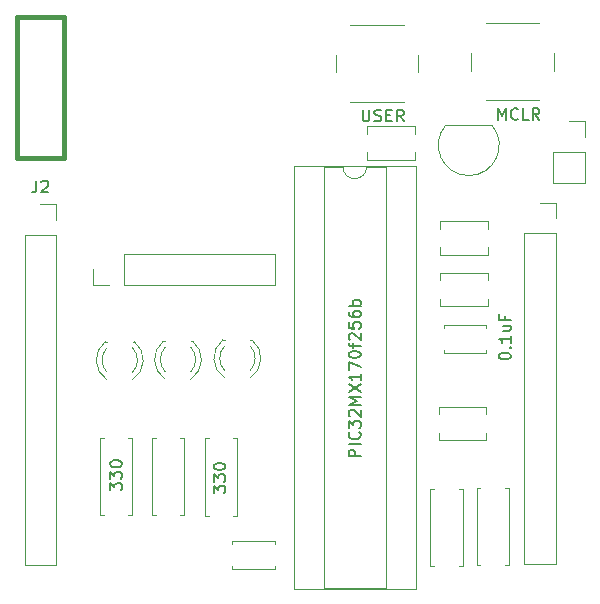
<source format=gbr>
%TF.GenerationSoftware,KiCad,Pcbnew,7.0.1-0*%
%TF.CreationDate,2023-04-17T16:38:54-05:00*%
%TF.ProjectId,PIC32,50494333-322e-46b6-9963-61645f706362,rev?*%
%TF.SameCoordinates,Original*%
%TF.FileFunction,Legend,Top*%
%TF.FilePolarity,Positive*%
%FSLAX46Y46*%
G04 Gerber Fmt 4.6, Leading zero omitted, Abs format (unit mm)*
G04 Created by KiCad (PCBNEW 7.0.1-0) date 2023-04-17 16:38:54*
%MOMM*%
%LPD*%
G01*
G04 APERTURE LIST*
%ADD10C,0.150000*%
%ADD11C,0.120000*%
%ADD12C,0.400000*%
G04 APERTURE END LIST*
D10*
%TO.C,SW3*%
X130255714Y-108602619D02*
X130255714Y-109412142D01*
X130255714Y-109412142D02*
X130303333Y-109507380D01*
X130303333Y-109507380D02*
X130350952Y-109555000D01*
X130350952Y-109555000D02*
X130446190Y-109602619D01*
X130446190Y-109602619D02*
X130636666Y-109602619D01*
X130636666Y-109602619D02*
X130731904Y-109555000D01*
X130731904Y-109555000D02*
X130779523Y-109507380D01*
X130779523Y-109507380D02*
X130827142Y-109412142D01*
X130827142Y-109412142D02*
X130827142Y-108602619D01*
X131255714Y-109555000D02*
X131398571Y-109602619D01*
X131398571Y-109602619D02*
X131636666Y-109602619D01*
X131636666Y-109602619D02*
X131731904Y-109555000D01*
X131731904Y-109555000D02*
X131779523Y-109507380D01*
X131779523Y-109507380D02*
X131827142Y-109412142D01*
X131827142Y-109412142D02*
X131827142Y-109316904D01*
X131827142Y-109316904D02*
X131779523Y-109221666D01*
X131779523Y-109221666D02*
X131731904Y-109174047D01*
X131731904Y-109174047D02*
X131636666Y-109126428D01*
X131636666Y-109126428D02*
X131446190Y-109078809D01*
X131446190Y-109078809D02*
X131350952Y-109031190D01*
X131350952Y-109031190D02*
X131303333Y-108983571D01*
X131303333Y-108983571D02*
X131255714Y-108888333D01*
X131255714Y-108888333D02*
X131255714Y-108793095D01*
X131255714Y-108793095D02*
X131303333Y-108697857D01*
X131303333Y-108697857D02*
X131350952Y-108650238D01*
X131350952Y-108650238D02*
X131446190Y-108602619D01*
X131446190Y-108602619D02*
X131684285Y-108602619D01*
X131684285Y-108602619D02*
X131827142Y-108650238D01*
X132255714Y-109078809D02*
X132589047Y-109078809D01*
X132731904Y-109602619D02*
X132255714Y-109602619D01*
X132255714Y-109602619D02*
X132255714Y-108602619D01*
X132255714Y-108602619D02*
X132731904Y-108602619D01*
X133731904Y-109602619D02*
X133398571Y-109126428D01*
X133160476Y-109602619D02*
X133160476Y-108602619D01*
X133160476Y-108602619D02*
X133541428Y-108602619D01*
X133541428Y-108602619D02*
X133636666Y-108650238D01*
X133636666Y-108650238D02*
X133684285Y-108697857D01*
X133684285Y-108697857D02*
X133731904Y-108793095D01*
X133731904Y-108793095D02*
X133731904Y-108935952D01*
X133731904Y-108935952D02*
X133684285Y-109031190D01*
X133684285Y-109031190D02*
X133636666Y-109078809D01*
X133636666Y-109078809D02*
X133541428Y-109126428D01*
X133541428Y-109126428D02*
X133160476Y-109126428D01*
%TO.C,SW2*%
X141691905Y-109472619D02*
X141691905Y-108472619D01*
X141691905Y-108472619D02*
X142025238Y-109186904D01*
X142025238Y-109186904D02*
X142358571Y-108472619D01*
X142358571Y-108472619D02*
X142358571Y-109472619D01*
X143406190Y-109377380D02*
X143358571Y-109425000D01*
X143358571Y-109425000D02*
X143215714Y-109472619D01*
X143215714Y-109472619D02*
X143120476Y-109472619D01*
X143120476Y-109472619D02*
X142977619Y-109425000D01*
X142977619Y-109425000D02*
X142882381Y-109329761D01*
X142882381Y-109329761D02*
X142834762Y-109234523D01*
X142834762Y-109234523D02*
X142787143Y-109044047D01*
X142787143Y-109044047D02*
X142787143Y-108901190D01*
X142787143Y-108901190D02*
X142834762Y-108710714D01*
X142834762Y-108710714D02*
X142882381Y-108615476D01*
X142882381Y-108615476D02*
X142977619Y-108520238D01*
X142977619Y-108520238D02*
X143120476Y-108472619D01*
X143120476Y-108472619D02*
X143215714Y-108472619D01*
X143215714Y-108472619D02*
X143358571Y-108520238D01*
X143358571Y-108520238D02*
X143406190Y-108567857D01*
X144310952Y-109472619D02*
X143834762Y-109472619D01*
X143834762Y-109472619D02*
X143834762Y-108472619D01*
X145215714Y-109472619D02*
X144882381Y-108996428D01*
X144644286Y-109472619D02*
X144644286Y-108472619D01*
X144644286Y-108472619D02*
X145025238Y-108472619D01*
X145025238Y-108472619D02*
X145120476Y-108520238D01*
X145120476Y-108520238D02*
X145168095Y-108567857D01*
X145168095Y-108567857D02*
X145215714Y-108663095D01*
X145215714Y-108663095D02*
X145215714Y-108805952D01*
X145215714Y-108805952D02*
X145168095Y-108901190D01*
X145168095Y-108901190D02*
X145120476Y-108948809D01*
X145120476Y-108948809D02*
X145025238Y-108996428D01*
X145025238Y-108996428D02*
X144644286Y-108996428D01*
%TO.C,J2*%
X102626666Y-114612619D02*
X102626666Y-115326904D01*
X102626666Y-115326904D02*
X102579047Y-115469761D01*
X102579047Y-115469761D02*
X102483809Y-115565000D01*
X102483809Y-115565000D02*
X102340952Y-115612619D01*
X102340952Y-115612619D02*
X102245714Y-115612619D01*
X103055238Y-114707857D02*
X103102857Y-114660238D01*
X103102857Y-114660238D02*
X103198095Y-114612619D01*
X103198095Y-114612619D02*
X103436190Y-114612619D01*
X103436190Y-114612619D02*
X103531428Y-114660238D01*
X103531428Y-114660238D02*
X103579047Y-114707857D01*
X103579047Y-114707857D02*
X103626666Y-114803095D01*
X103626666Y-114803095D02*
X103626666Y-114898333D01*
X103626666Y-114898333D02*
X103579047Y-115041190D01*
X103579047Y-115041190D02*
X103007619Y-115612619D01*
X103007619Y-115612619D02*
X103626666Y-115612619D01*
%TO.C,R2*%
X108862619Y-140835713D02*
X108862619Y-140216666D01*
X108862619Y-140216666D02*
X109243571Y-140549999D01*
X109243571Y-140549999D02*
X109243571Y-140407142D01*
X109243571Y-140407142D02*
X109291190Y-140311904D01*
X109291190Y-140311904D02*
X109338809Y-140264285D01*
X109338809Y-140264285D02*
X109434047Y-140216666D01*
X109434047Y-140216666D02*
X109672142Y-140216666D01*
X109672142Y-140216666D02*
X109767380Y-140264285D01*
X109767380Y-140264285D02*
X109815000Y-140311904D01*
X109815000Y-140311904D02*
X109862619Y-140407142D01*
X109862619Y-140407142D02*
X109862619Y-140692856D01*
X109862619Y-140692856D02*
X109815000Y-140788094D01*
X109815000Y-140788094D02*
X109767380Y-140835713D01*
X108862619Y-139883332D02*
X108862619Y-139264285D01*
X108862619Y-139264285D02*
X109243571Y-139597618D01*
X109243571Y-139597618D02*
X109243571Y-139454761D01*
X109243571Y-139454761D02*
X109291190Y-139359523D01*
X109291190Y-139359523D02*
X109338809Y-139311904D01*
X109338809Y-139311904D02*
X109434047Y-139264285D01*
X109434047Y-139264285D02*
X109672142Y-139264285D01*
X109672142Y-139264285D02*
X109767380Y-139311904D01*
X109767380Y-139311904D02*
X109815000Y-139359523D01*
X109815000Y-139359523D02*
X109862619Y-139454761D01*
X109862619Y-139454761D02*
X109862619Y-139740475D01*
X109862619Y-139740475D02*
X109815000Y-139835713D01*
X109815000Y-139835713D02*
X109767380Y-139883332D01*
X108862619Y-138645237D02*
X108862619Y-138549999D01*
X108862619Y-138549999D02*
X108910238Y-138454761D01*
X108910238Y-138454761D02*
X108957857Y-138407142D01*
X108957857Y-138407142D02*
X109053095Y-138359523D01*
X109053095Y-138359523D02*
X109243571Y-138311904D01*
X109243571Y-138311904D02*
X109481666Y-138311904D01*
X109481666Y-138311904D02*
X109672142Y-138359523D01*
X109672142Y-138359523D02*
X109767380Y-138407142D01*
X109767380Y-138407142D02*
X109815000Y-138454761D01*
X109815000Y-138454761D02*
X109862619Y-138549999D01*
X109862619Y-138549999D02*
X109862619Y-138645237D01*
X109862619Y-138645237D02*
X109815000Y-138740475D01*
X109815000Y-138740475D02*
X109767380Y-138788094D01*
X109767380Y-138788094D02*
X109672142Y-138835713D01*
X109672142Y-138835713D02*
X109481666Y-138883332D01*
X109481666Y-138883332D02*
X109243571Y-138883332D01*
X109243571Y-138883332D02*
X109053095Y-138835713D01*
X109053095Y-138835713D02*
X108957857Y-138788094D01*
X108957857Y-138788094D02*
X108910238Y-138740475D01*
X108910238Y-138740475D02*
X108862619Y-138645237D01*
%TO.C,330*%
X117632619Y-141055713D02*
X117632619Y-140436666D01*
X117632619Y-140436666D02*
X118013571Y-140769999D01*
X118013571Y-140769999D02*
X118013571Y-140627142D01*
X118013571Y-140627142D02*
X118061190Y-140531904D01*
X118061190Y-140531904D02*
X118108809Y-140484285D01*
X118108809Y-140484285D02*
X118204047Y-140436666D01*
X118204047Y-140436666D02*
X118442142Y-140436666D01*
X118442142Y-140436666D02*
X118537380Y-140484285D01*
X118537380Y-140484285D02*
X118585000Y-140531904D01*
X118585000Y-140531904D02*
X118632619Y-140627142D01*
X118632619Y-140627142D02*
X118632619Y-140912856D01*
X118632619Y-140912856D02*
X118585000Y-141008094D01*
X118585000Y-141008094D02*
X118537380Y-141055713D01*
X117632619Y-140103332D02*
X117632619Y-139484285D01*
X117632619Y-139484285D02*
X118013571Y-139817618D01*
X118013571Y-139817618D02*
X118013571Y-139674761D01*
X118013571Y-139674761D02*
X118061190Y-139579523D01*
X118061190Y-139579523D02*
X118108809Y-139531904D01*
X118108809Y-139531904D02*
X118204047Y-139484285D01*
X118204047Y-139484285D02*
X118442142Y-139484285D01*
X118442142Y-139484285D02*
X118537380Y-139531904D01*
X118537380Y-139531904D02*
X118585000Y-139579523D01*
X118585000Y-139579523D02*
X118632619Y-139674761D01*
X118632619Y-139674761D02*
X118632619Y-139960475D01*
X118632619Y-139960475D02*
X118585000Y-140055713D01*
X118585000Y-140055713D02*
X118537380Y-140103332D01*
X117632619Y-138865237D02*
X117632619Y-138769999D01*
X117632619Y-138769999D02*
X117680238Y-138674761D01*
X117680238Y-138674761D02*
X117727857Y-138627142D01*
X117727857Y-138627142D02*
X117823095Y-138579523D01*
X117823095Y-138579523D02*
X118013571Y-138531904D01*
X118013571Y-138531904D02*
X118251666Y-138531904D01*
X118251666Y-138531904D02*
X118442142Y-138579523D01*
X118442142Y-138579523D02*
X118537380Y-138627142D01*
X118537380Y-138627142D02*
X118585000Y-138674761D01*
X118585000Y-138674761D02*
X118632619Y-138769999D01*
X118632619Y-138769999D02*
X118632619Y-138865237D01*
X118632619Y-138865237D02*
X118585000Y-138960475D01*
X118585000Y-138960475D02*
X118537380Y-139008094D01*
X118537380Y-139008094D02*
X118442142Y-139055713D01*
X118442142Y-139055713D02*
X118251666Y-139103332D01*
X118251666Y-139103332D02*
X118013571Y-139103332D01*
X118013571Y-139103332D02*
X117823095Y-139055713D01*
X117823095Y-139055713D02*
X117727857Y-139008094D01*
X117727857Y-139008094D02*
X117680238Y-138960475D01*
X117680238Y-138960475D02*
X117632619Y-138865237D01*
%TO.C,C4*%
X141792619Y-129522856D02*
X141792619Y-129427618D01*
X141792619Y-129427618D02*
X141840238Y-129332380D01*
X141840238Y-129332380D02*
X141887857Y-129284761D01*
X141887857Y-129284761D02*
X141983095Y-129237142D01*
X141983095Y-129237142D02*
X142173571Y-129189523D01*
X142173571Y-129189523D02*
X142411666Y-129189523D01*
X142411666Y-129189523D02*
X142602142Y-129237142D01*
X142602142Y-129237142D02*
X142697380Y-129284761D01*
X142697380Y-129284761D02*
X142745000Y-129332380D01*
X142745000Y-129332380D02*
X142792619Y-129427618D01*
X142792619Y-129427618D02*
X142792619Y-129522856D01*
X142792619Y-129522856D02*
X142745000Y-129618094D01*
X142745000Y-129618094D02*
X142697380Y-129665713D01*
X142697380Y-129665713D02*
X142602142Y-129713332D01*
X142602142Y-129713332D02*
X142411666Y-129760951D01*
X142411666Y-129760951D02*
X142173571Y-129760951D01*
X142173571Y-129760951D02*
X141983095Y-129713332D01*
X141983095Y-129713332D02*
X141887857Y-129665713D01*
X141887857Y-129665713D02*
X141840238Y-129618094D01*
X141840238Y-129618094D02*
X141792619Y-129522856D01*
X142697380Y-128760951D02*
X142745000Y-128713332D01*
X142745000Y-128713332D02*
X142792619Y-128760951D01*
X142792619Y-128760951D02*
X142745000Y-128808570D01*
X142745000Y-128808570D02*
X142697380Y-128760951D01*
X142697380Y-128760951D02*
X142792619Y-128760951D01*
X142792619Y-127760952D02*
X142792619Y-128332380D01*
X142792619Y-128046666D02*
X141792619Y-128046666D01*
X141792619Y-128046666D02*
X141935476Y-128141904D01*
X141935476Y-128141904D02*
X142030714Y-128237142D01*
X142030714Y-128237142D02*
X142078333Y-128332380D01*
X142125952Y-126903809D02*
X142792619Y-126903809D01*
X142125952Y-127332380D02*
X142649761Y-127332380D01*
X142649761Y-127332380D02*
X142745000Y-127284761D01*
X142745000Y-127284761D02*
X142792619Y-127189523D01*
X142792619Y-127189523D02*
X142792619Y-127046666D01*
X142792619Y-127046666D02*
X142745000Y-126951428D01*
X142745000Y-126951428D02*
X142697380Y-126903809D01*
X142268809Y-126094285D02*
X142268809Y-126427618D01*
X142792619Y-126427618D02*
X141792619Y-126427618D01*
X141792619Y-126427618D02*
X141792619Y-125951428D01*
%TO.C,PIC32MX170f256b*%
X130072619Y-137955237D02*
X129072619Y-137955237D01*
X129072619Y-137955237D02*
X129072619Y-137574285D01*
X129072619Y-137574285D02*
X129120238Y-137479047D01*
X129120238Y-137479047D02*
X129167857Y-137431428D01*
X129167857Y-137431428D02*
X129263095Y-137383809D01*
X129263095Y-137383809D02*
X129405952Y-137383809D01*
X129405952Y-137383809D02*
X129501190Y-137431428D01*
X129501190Y-137431428D02*
X129548809Y-137479047D01*
X129548809Y-137479047D02*
X129596428Y-137574285D01*
X129596428Y-137574285D02*
X129596428Y-137955237D01*
X130072619Y-136955237D02*
X129072619Y-136955237D01*
X129977380Y-135907619D02*
X130025000Y-135955238D01*
X130025000Y-135955238D02*
X130072619Y-136098095D01*
X130072619Y-136098095D02*
X130072619Y-136193333D01*
X130072619Y-136193333D02*
X130025000Y-136336190D01*
X130025000Y-136336190D02*
X129929761Y-136431428D01*
X129929761Y-136431428D02*
X129834523Y-136479047D01*
X129834523Y-136479047D02*
X129644047Y-136526666D01*
X129644047Y-136526666D02*
X129501190Y-136526666D01*
X129501190Y-136526666D02*
X129310714Y-136479047D01*
X129310714Y-136479047D02*
X129215476Y-136431428D01*
X129215476Y-136431428D02*
X129120238Y-136336190D01*
X129120238Y-136336190D02*
X129072619Y-136193333D01*
X129072619Y-136193333D02*
X129072619Y-136098095D01*
X129072619Y-136098095D02*
X129120238Y-135955238D01*
X129120238Y-135955238D02*
X129167857Y-135907619D01*
X129072619Y-135574285D02*
X129072619Y-134955238D01*
X129072619Y-134955238D02*
X129453571Y-135288571D01*
X129453571Y-135288571D02*
X129453571Y-135145714D01*
X129453571Y-135145714D02*
X129501190Y-135050476D01*
X129501190Y-135050476D02*
X129548809Y-135002857D01*
X129548809Y-135002857D02*
X129644047Y-134955238D01*
X129644047Y-134955238D02*
X129882142Y-134955238D01*
X129882142Y-134955238D02*
X129977380Y-135002857D01*
X129977380Y-135002857D02*
X130025000Y-135050476D01*
X130025000Y-135050476D02*
X130072619Y-135145714D01*
X130072619Y-135145714D02*
X130072619Y-135431428D01*
X130072619Y-135431428D02*
X130025000Y-135526666D01*
X130025000Y-135526666D02*
X129977380Y-135574285D01*
X129167857Y-134574285D02*
X129120238Y-134526666D01*
X129120238Y-134526666D02*
X129072619Y-134431428D01*
X129072619Y-134431428D02*
X129072619Y-134193333D01*
X129072619Y-134193333D02*
X129120238Y-134098095D01*
X129120238Y-134098095D02*
X129167857Y-134050476D01*
X129167857Y-134050476D02*
X129263095Y-134002857D01*
X129263095Y-134002857D02*
X129358333Y-134002857D01*
X129358333Y-134002857D02*
X129501190Y-134050476D01*
X129501190Y-134050476D02*
X130072619Y-134621904D01*
X130072619Y-134621904D02*
X130072619Y-134002857D01*
X130072619Y-133574285D02*
X129072619Y-133574285D01*
X129072619Y-133574285D02*
X129786904Y-133240952D01*
X129786904Y-133240952D02*
X129072619Y-132907619D01*
X129072619Y-132907619D02*
X130072619Y-132907619D01*
X129072619Y-132526666D02*
X130072619Y-131860000D01*
X129072619Y-131860000D02*
X130072619Y-132526666D01*
X130072619Y-130955238D02*
X130072619Y-131526666D01*
X130072619Y-131240952D02*
X129072619Y-131240952D01*
X129072619Y-131240952D02*
X129215476Y-131336190D01*
X129215476Y-131336190D02*
X129310714Y-131431428D01*
X129310714Y-131431428D02*
X129358333Y-131526666D01*
X129072619Y-130621904D02*
X129072619Y-129955238D01*
X129072619Y-129955238D02*
X130072619Y-130383809D01*
X129072619Y-129383809D02*
X129072619Y-129288571D01*
X129072619Y-129288571D02*
X129120238Y-129193333D01*
X129120238Y-129193333D02*
X129167857Y-129145714D01*
X129167857Y-129145714D02*
X129263095Y-129098095D01*
X129263095Y-129098095D02*
X129453571Y-129050476D01*
X129453571Y-129050476D02*
X129691666Y-129050476D01*
X129691666Y-129050476D02*
X129882142Y-129098095D01*
X129882142Y-129098095D02*
X129977380Y-129145714D01*
X129977380Y-129145714D02*
X130025000Y-129193333D01*
X130025000Y-129193333D02*
X130072619Y-129288571D01*
X130072619Y-129288571D02*
X130072619Y-129383809D01*
X130072619Y-129383809D02*
X130025000Y-129479047D01*
X130025000Y-129479047D02*
X129977380Y-129526666D01*
X129977380Y-129526666D02*
X129882142Y-129574285D01*
X129882142Y-129574285D02*
X129691666Y-129621904D01*
X129691666Y-129621904D02*
X129453571Y-129621904D01*
X129453571Y-129621904D02*
X129263095Y-129574285D01*
X129263095Y-129574285D02*
X129167857Y-129526666D01*
X129167857Y-129526666D02*
X129120238Y-129479047D01*
X129120238Y-129479047D02*
X129072619Y-129383809D01*
X129405952Y-128764761D02*
X129405952Y-128383809D01*
X130072619Y-128621904D02*
X129215476Y-128621904D01*
X129215476Y-128621904D02*
X129120238Y-128574285D01*
X129120238Y-128574285D02*
X129072619Y-128479047D01*
X129072619Y-128479047D02*
X129072619Y-128383809D01*
X129167857Y-128098094D02*
X129120238Y-128050475D01*
X129120238Y-128050475D02*
X129072619Y-127955237D01*
X129072619Y-127955237D02*
X129072619Y-127717142D01*
X129072619Y-127717142D02*
X129120238Y-127621904D01*
X129120238Y-127621904D02*
X129167857Y-127574285D01*
X129167857Y-127574285D02*
X129263095Y-127526666D01*
X129263095Y-127526666D02*
X129358333Y-127526666D01*
X129358333Y-127526666D02*
X129501190Y-127574285D01*
X129501190Y-127574285D02*
X130072619Y-128145713D01*
X130072619Y-128145713D02*
X130072619Y-127526666D01*
X129072619Y-126621904D02*
X129072619Y-127098094D01*
X129072619Y-127098094D02*
X129548809Y-127145713D01*
X129548809Y-127145713D02*
X129501190Y-127098094D01*
X129501190Y-127098094D02*
X129453571Y-127002856D01*
X129453571Y-127002856D02*
X129453571Y-126764761D01*
X129453571Y-126764761D02*
X129501190Y-126669523D01*
X129501190Y-126669523D02*
X129548809Y-126621904D01*
X129548809Y-126621904D02*
X129644047Y-126574285D01*
X129644047Y-126574285D02*
X129882142Y-126574285D01*
X129882142Y-126574285D02*
X129977380Y-126621904D01*
X129977380Y-126621904D02*
X130025000Y-126669523D01*
X130025000Y-126669523D02*
X130072619Y-126764761D01*
X130072619Y-126764761D02*
X130072619Y-127002856D01*
X130072619Y-127002856D02*
X130025000Y-127098094D01*
X130025000Y-127098094D02*
X129977380Y-127145713D01*
X129072619Y-125717142D02*
X129072619Y-125907618D01*
X129072619Y-125907618D02*
X129120238Y-126002856D01*
X129120238Y-126002856D02*
X129167857Y-126050475D01*
X129167857Y-126050475D02*
X129310714Y-126145713D01*
X129310714Y-126145713D02*
X129501190Y-126193332D01*
X129501190Y-126193332D02*
X129882142Y-126193332D01*
X129882142Y-126193332D02*
X129977380Y-126145713D01*
X129977380Y-126145713D02*
X130025000Y-126098094D01*
X130025000Y-126098094D02*
X130072619Y-126002856D01*
X130072619Y-126002856D02*
X130072619Y-125812380D01*
X130072619Y-125812380D02*
X130025000Y-125717142D01*
X130025000Y-125717142D02*
X129977380Y-125669523D01*
X129977380Y-125669523D02*
X129882142Y-125621904D01*
X129882142Y-125621904D02*
X129644047Y-125621904D01*
X129644047Y-125621904D02*
X129548809Y-125669523D01*
X129548809Y-125669523D02*
X129501190Y-125717142D01*
X129501190Y-125717142D02*
X129453571Y-125812380D01*
X129453571Y-125812380D02*
X129453571Y-126002856D01*
X129453571Y-126002856D02*
X129501190Y-126098094D01*
X129501190Y-126098094D02*
X129548809Y-126145713D01*
X129548809Y-126145713D02*
X129644047Y-126193332D01*
X130072619Y-125193332D02*
X129072619Y-125193332D01*
X129453571Y-125193332D02*
X129405952Y-125098094D01*
X129405952Y-125098094D02*
X129405952Y-124907618D01*
X129405952Y-124907618D02*
X129453571Y-124812380D01*
X129453571Y-124812380D02*
X129501190Y-124764761D01*
X129501190Y-124764761D02*
X129596428Y-124717142D01*
X129596428Y-124717142D02*
X129882142Y-124717142D01*
X129882142Y-124717142D02*
X129977380Y-124764761D01*
X129977380Y-124764761D02*
X130025000Y-124812380D01*
X130025000Y-124812380D02*
X130072619Y-124907618D01*
X130072619Y-124907618D02*
X130072619Y-125098094D01*
X130072619Y-125098094D02*
X130025000Y-125193332D01*
D11*
%TO.C,J4*%
X107450000Y-123470000D02*
X107450000Y-122140000D01*
X108780000Y-123470000D02*
X107450000Y-123470000D01*
X110050000Y-123470000D02*
X122810000Y-123470000D01*
X110050000Y-123470000D02*
X110050000Y-120810000D01*
X122810000Y-123470000D02*
X122810000Y-120810000D01*
X110050000Y-120810000D02*
X122810000Y-120810000D01*
%TO.C,C6*%
X122830000Y-147460000D02*
X122830000Y-147215000D01*
X122830000Y-147460000D02*
X119190000Y-147460000D01*
X122830000Y-145365000D02*
X122830000Y-145120000D01*
X122830000Y-145120000D02*
X119190000Y-145120000D01*
X119190000Y-147460000D02*
X119190000Y-147215000D01*
X119190000Y-145365000D02*
X119190000Y-145120000D01*
%TO.C,C2*%
X136820000Y-118675000D02*
X136820000Y-118050000D01*
X136820000Y-120890000D02*
X136820000Y-120265000D01*
X140860000Y-118050000D02*
X136820000Y-118050000D01*
X140860000Y-118675000D02*
X140860000Y-118050000D01*
X140860000Y-120890000D02*
X136820000Y-120890000D01*
X140860000Y-120890000D02*
X140860000Y-120265000D01*
D12*
%TO.C,SW1*%
X100960000Y-112740000D02*
X104960000Y-112740000D01*
X104960000Y-112740000D02*
X104960000Y-100740000D01*
X100960000Y-100740000D02*
X100960000Y-112740000D01*
X100960000Y-100740000D02*
X104960000Y-100740000D01*
D11*
%TO.C,SW3*%
X127970000Y-103940000D02*
X127970000Y-105440000D01*
X129220000Y-107940000D02*
X133720000Y-107940000D01*
X133720000Y-101440000D02*
X129220000Y-101440000D01*
X134970000Y-105440000D02*
X134970000Y-103940000D01*
%TO.C,SW2*%
X139430000Y-103810000D02*
X139430000Y-105310000D01*
X140680000Y-107810000D02*
X145180000Y-107810000D01*
X145180000Y-101310000D02*
X140680000Y-101310000D01*
X146430000Y-105310000D02*
X146430000Y-103810000D01*
%TO.C,J2*%
X101630000Y-119190000D02*
X101630000Y-147190000D01*
X101630000Y-119190000D02*
X104290000Y-119190000D01*
X101630000Y-147190000D02*
X104290000Y-147190000D01*
X102960000Y-116590000D02*
X104290000Y-116590000D01*
X104290000Y-116590000D02*
X104290000Y-117920000D01*
X104290000Y-119190000D02*
X104290000Y-147190000D01*
%TO.C,R2*%
X108000000Y-142960000D02*
X108330000Y-142960000D01*
X110740000Y-142960000D02*
X110410000Y-142960000D01*
X108000000Y-136420000D02*
X108000000Y-142960000D01*
X108330000Y-136420000D02*
X108000000Y-136420000D01*
X110410000Y-136420000D02*
X110740000Y-136420000D01*
X110740000Y-136420000D02*
X110740000Y-142960000D01*
%TO.C,J3*%
X143950000Y-119090000D02*
X143950000Y-147090000D01*
X143950000Y-119090000D02*
X146610000Y-119090000D01*
X143950000Y-147090000D02*
X146610000Y-147090000D01*
X145280000Y-116490000D02*
X146610000Y-116490000D01*
X146610000Y-116490000D02*
X146610000Y-117820000D01*
X146610000Y-119090000D02*
X146610000Y-147090000D01*
%TO.C,R3*%
X115150000Y-136420000D02*
X115150000Y-142960000D01*
X114820000Y-136420000D02*
X115150000Y-136420000D01*
X112740000Y-136420000D02*
X112410000Y-136420000D01*
X112410000Y-136420000D02*
X112410000Y-142960000D01*
X115150000Y-142960000D02*
X114820000Y-142960000D01*
X112410000Y-142960000D02*
X112740000Y-142960000D01*
%TO.C,R5*%
X138710000Y-140690000D02*
X138710000Y-147230000D01*
X138380000Y-140690000D02*
X138710000Y-140690000D01*
X136300000Y-140690000D02*
X135970000Y-140690000D01*
X135970000Y-140690000D02*
X135970000Y-147230000D01*
X138710000Y-147230000D02*
X138380000Y-147230000D01*
X135970000Y-147230000D02*
X136300000Y-147230000D01*
%TO.C,330*%
X119630000Y-136440000D02*
X119630000Y-142980000D01*
X119300000Y-136440000D02*
X119630000Y-136440000D01*
X117220000Y-136440000D02*
X116890000Y-136440000D01*
X116890000Y-136440000D02*
X116890000Y-142980000D01*
X119630000Y-142980000D02*
X119300000Y-142980000D01*
X116890000Y-142980000D02*
X117220000Y-142980000D01*
%TO.C,C3*%
X140830000Y-125270000D02*
X140830000Y-124645000D01*
X140830000Y-125270000D02*
X136790000Y-125270000D01*
X140830000Y-123055000D02*
X140830000Y-122430000D01*
X140830000Y-122430000D02*
X136790000Y-122430000D01*
X136790000Y-125270000D02*
X136790000Y-124645000D01*
X136790000Y-123055000D02*
X136790000Y-122430000D01*
%TO.C,J1*%
X146410000Y-112190000D02*
X146410000Y-114790000D01*
X146410000Y-112190000D02*
X149070000Y-112190000D01*
X146410000Y-114790000D02*
X149070000Y-114790000D01*
X147740000Y-109590000D02*
X149070000Y-109590000D01*
X149070000Y-109590000D02*
X149070000Y-110920000D01*
X149070000Y-112190000D02*
X149070000Y-114790000D01*
%TO.C,D1*%
X120886000Y-128095000D02*
X120730000Y-128095000D01*
X118570000Y-128095000D02*
X118414000Y-128095000D01*
X120728608Y-131327334D02*
G75*
G03*
X120885515Y-128095001I-1078608J1672334D01*
G01*
X120729836Y-130696129D02*
G75*
G03*
X120729999Y-128614040I-1079836J1041129D01*
G01*
X118570001Y-128614040D02*
G75*
G03*
X118570164Y-130696129I1079999J-1040960D01*
G01*
X118414485Y-128095001D02*
G75*
G03*
X118571392Y-131327334I1235515J-1559999D01*
G01*
%TO.C,D3*%
X115856000Y-128200000D02*
X115700000Y-128200000D01*
X113540000Y-128200000D02*
X113384000Y-128200000D01*
X115698608Y-131432334D02*
G75*
G03*
X115855515Y-128200001I-1078608J1672334D01*
G01*
X115699836Y-130801129D02*
G75*
G03*
X115699999Y-128719040I-1079836J1041129D01*
G01*
X113540001Y-128719040D02*
G75*
G03*
X113540164Y-130801129I1079999J-1040960D01*
G01*
X113384485Y-128200001D02*
G75*
G03*
X113541392Y-131432334I1235515J-1559999D01*
G01*
%TO.C,C4*%
X140740000Y-129210000D02*
X140740000Y-128965000D01*
X140740000Y-129210000D02*
X137100000Y-129210000D01*
X140740000Y-127115000D02*
X140740000Y-126870000D01*
X140740000Y-126870000D02*
X137100000Y-126870000D01*
X137100000Y-129210000D02*
X137100000Y-128965000D01*
X137100000Y-127115000D02*
X137100000Y-126870000D01*
%TO.C,U2*%
X137291389Y-109919878D02*
G75*
G03*
X141180000Y-109910000I1948611J-1690122D01*
G01*
X141180000Y-109910000D02*
X137330000Y-109910000D01*
%TO.C,R4*%
X142640000Y-140650000D02*
X142640000Y-147190000D01*
X142310000Y-140650000D02*
X142640000Y-140650000D01*
X140230000Y-140650000D02*
X139900000Y-140650000D01*
X139900000Y-140650000D02*
X139900000Y-147190000D01*
X142640000Y-147190000D02*
X142310000Y-147190000D01*
X139900000Y-147190000D02*
X140230000Y-147190000D01*
%TO.C,C1*%
X134670000Y-112850000D02*
X134670000Y-112225000D01*
X134670000Y-112850000D02*
X130630000Y-112850000D01*
X134670000Y-110635000D02*
X134670000Y-110010000D01*
X134670000Y-110010000D02*
X130630000Y-110010000D01*
X130630000Y-112850000D02*
X130630000Y-112225000D01*
X130630000Y-110635000D02*
X130630000Y-110010000D01*
%TO.C,D2*%
X110926000Y-128250000D02*
X110770000Y-128250000D01*
X108610000Y-128250000D02*
X108454000Y-128250000D01*
X110768608Y-131482334D02*
G75*
G03*
X110925515Y-128250001I-1078608J1672334D01*
G01*
X110769836Y-130851129D02*
G75*
G03*
X110769999Y-128769040I-1079836J1041129D01*
G01*
X108610001Y-128769040D02*
G75*
G03*
X108610164Y-130851129I1079999J-1040960D01*
G01*
X108454485Y-128250001D02*
G75*
G03*
X108611392Y-131482334I1235515J-1559999D01*
G01*
%TO.C,C5*%
X136690000Y-133770000D02*
X136690000Y-134395000D01*
X136690000Y-133770000D02*
X140730000Y-133770000D01*
X136690000Y-135985000D02*
X136690000Y-136610000D01*
X136690000Y-136610000D02*
X140730000Y-136610000D01*
X140730000Y-133770000D02*
X140730000Y-134395000D01*
X140730000Y-135985000D02*
X140730000Y-136610000D01*
%TO.C,PIC32MX170f256b*%
X128590000Y-113445000D02*
G75*
G03*
X130590000Y-113445000I1000000J0D01*
G01*
X134730000Y-149185000D02*
X134730000Y-113385000D01*
X134730000Y-113385000D02*
X124450000Y-113385000D01*
X132240000Y-149125000D02*
X132240000Y-113445000D01*
X132240000Y-113445000D02*
X130590000Y-113445000D01*
X128590000Y-113445000D02*
X126940000Y-113445000D01*
X126940000Y-149125000D02*
X132240000Y-149125000D01*
X126940000Y-113445000D02*
X126940000Y-149125000D01*
X124450000Y-149185000D02*
X134730000Y-149185000D01*
X124450000Y-113385000D02*
X124450000Y-149185000D01*
%TD*%
M02*

</source>
